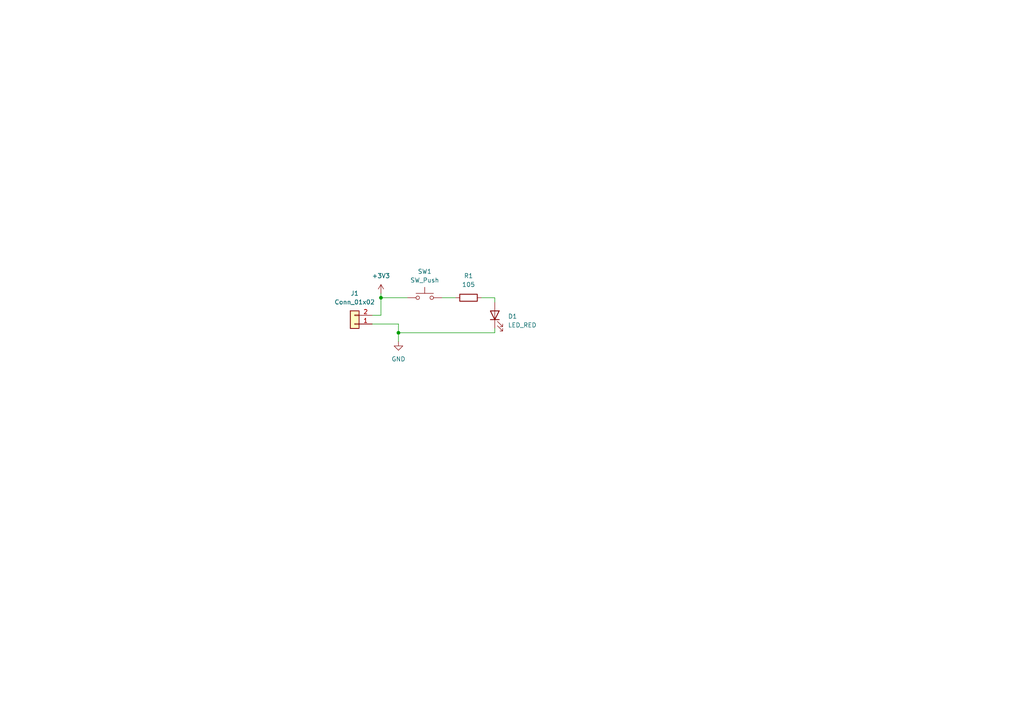
<source format=kicad_sch>
(kicad_sch (version 20230121) (generator eeschema)
  (paper "A4")
  (title_block (title "Project1") (date "2023-09-06") (rev "1.0") (company "Illini Solar Car") (comment 1 "Designed by: Thomas Vigh"))
  (lib_symbols
    (symbol "Connector_Generic:Conn_01x02" (pin_names (offset 1.016) hide)
      (property "Reference" "J" (at 0 2.54 0))
      (property "Value" "Conn_01x02" (at 0 -5.08 0))
      (symbol "Conn_01x02_1_1"
        (rectangle (start -1.27 -2.413) (end 0 -2.667) (stroke (width 0.1524)))
        (rectangle (start -1.27 0.127) (end 0 -0.127) (stroke (width 0.1524)))
        (rectangle (start -1.27 1.27) (end 1.27 -3.81) (stroke (width 0.254)) (fill (type background)))
        (pin passive line (at -5.08 0 0) (length 3.81) (name "Pin_1") (number "1"))
        (pin passive line (at -5.08 -2.54 0) (length 3.81) (name "Pin_2") (number "2"))
      )
    )
    (symbol "Device:R" (pin_numbers hide) (pin_names (offset 0))
      (property "Reference" "R" (at 2.032 0 90))
      (property "Value" "R" (at 0 0 90))
      (symbol "R_0_1"
        (rectangle (start -1.016 -2.54) (end 1.016 2.54) (stroke (width 0.254)))
      )
      (symbol "R_1_1"
        (pin passive line (at 0 3.81 270) (length 1.27) (name "~") (number "1"))
        (pin passive line (at 0 -3.81 90) (length 1.27) (name "~") (number "2"))
      )
    )
    (symbol "Switch:SW_Push" (pin_numbers hide) (pin_names (offset 1.016) hide)
      (property "Reference" "SW" (at 1.27 2.54 0))
      (property "Value" "SW_Push" (at 0 -1.524 0))
      (symbol "SW_Push_0_1"
        (circle (center -2.032 0) (radius 0.508))
        (polyline (pts (xy 0 1.27) (xy 0 3.048)))
        (polyline (pts (xy 2.54 1.27) (xy -2.54 1.27)))
        (circle (center 2.032 0) (radius 0.508))
        (pin passive line (at -5.08 0 0) (length 2.54) (name "1") (number "1"))
        (pin passive line (at 5.08 0 180) (length 2.54) (name "2") (number "2"))
      )
    )
    (symbol "device:LED" (pin_numbers hide) (pin_names (offset 1.016) hide)
      (property "Reference" "D" (at 0 2.54 0))
      (property "Value" "LED" (at 0 -2.54 0))
      (symbol "LED_0_1"
        (polyline (pts (xy -1.27 -1.27) (xy -1.27 1.27)) (stroke (width 0.254)))
        (polyline (pts (xy -1.27 0) (xy 1.27 0)))
        (polyline (pts (xy 1.27 -1.27) (xy 1.27 1.27) (xy -1.27 0) (xy 1.27 -1.27)) (stroke (width 0.254)))
        (polyline (pts (xy -3.048 -0.762) (xy -4.572 -2.286) (xy -3.81 -2.286) (xy -4.572 -2.286) (xy -4.572 -1.524)))
        (polyline (pts (xy -1.778 -0.762) (xy -3.302 -2.286) (xy -2.54 -2.286) (xy -3.302 -2.286) (xy -3.302 -1.524)))
      )
      (symbol "LED_1_1"
        (pin passive line (at -3.81 0 0) (length 2.54) (name "K") (number "1"))
        (pin passive line (at 3.81 0 180) (length 2.54) (name "A") (number "2"))
      )
    )
    (symbol "power:+3V3" (power) (pin_names (offset 0))
      (property "Value" "+3V3" (at 0 3.556 0))
      (symbol "+3V3_0_1"
        (polyline (pts (xy -0.762 1.27) (xy 0 2.54)))
        (polyline (pts (xy 0 0) (xy 0 2.54)))
        (polyline (pts (xy 0 2.54) (xy 0.762 1.27)))
      )
      (symbol "+3V3_1_1"
        (pin power_in line (at 0 0 90) (length 0) hide (name "+3V3") (number "1"))
      )
    )
    (symbol "power:GND" (power) (pin_names (offset 0))
      (property "Value" "GND" (at 0 -3.81 0))
      (symbol "GND_0_1"
        (polyline (pts (xy 0 0) (xy 0 -1.27) (xy 1.27 -1.27) (xy 0 -2.54) (xy -1.27 -1.27) (xy 0 -1.27)))
      )
      (symbol "GND_1_1"
        (pin power_in line (at 0 0 270) (length 0) hide (name "GND") (number "1"))
      )
    )
  )
  (junction (at 115.57 96.52))
  (junction (at 110.49 86.36))
  (wire (pts (xy 143.51 86.36) (xy 143.51 87.63)))
  (wire (pts (xy 110.49 91.44) (xy 110.49 86.36)))
  (wire (pts (xy 115.57 93.98) (xy 115.57 96.52)))
  (wire (pts (xy 128.27 86.36) (xy 132.08 86.36)))
  (wire (pts (xy 115.57 96.52) (xy 115.57 99.06)))
  (wire (pts (xy 143.51 95.25) (xy 143.51 96.52)))
  (wire (pts (xy 110.49 86.36) (xy 110.49 85.09)))
  (wire (pts (xy 107.95 91.44) (xy 110.49 91.44)))
  (wire (pts (xy 139.7 86.36) (xy 143.51 86.36)))
  (wire (pts (xy 107.95 93.98) (xy 115.57 93.98)))
  (wire (pts (xy 143.51 96.52) (xy 115.57 96.52)))
  (wire (pts (xy 110.49 86.36) (xy 118.11 86.36)))
  (symbol (lib_id "power:GND") (at 115.57 99.06 0) (unit 1)
    (property "Reference" "#PWR02" (effects hide))
    (property "Value" "GND" (at 115.57 104.14 0))
  )
  (symbol (lib_id "device:LED") (at 143.51 91.44 90) (unit 1)
    (property "Reference" "D1" (at 147.32 91.7575 90) (effects (justify right)))
    (property "Value" "LED_RED" (at 147.32 94.2975 90) (effects (justify right)))
  )
  (symbol (lib_id "Device:R") (at 135.89 86.36 90) (unit 1)
    (property "Reference" "R1" (at 135.89 80.01 90))
    (property "Value" "105" (at 135.89 82.55 90))
  )
  (symbol (lib_id "Switch:SW_Push") (at 123.19 86.36 0) (unit 1)
    (property "Reference" "SW1" (at 123.19 78.74 0))
    (property "Value" "SW_Push" (at 123.19 81.28 0))
  )
  (symbol (lib_id "Connector_Generic:Conn_01x02") (at 102.87 93.98 180) (unit 1)
    (property "Reference" "J1" (at 102.87 85.09 0))
    (property "Value" "Conn_01x02" (at 102.87 87.63 0))
  )
  (symbol (lib_id "power:+3V3") (at 110.49 85.09 0) (unit 1)
    (property "Reference" "#PWR01" (effects hide))
    (property "Value" "+3V3" (at 110.49 80.01 0))
  )
)
</source>
